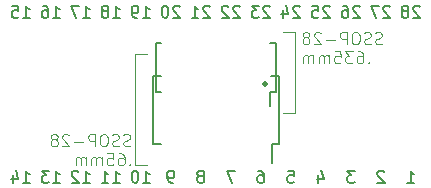
<source format=gbr>
G04 #@! TF.GenerationSoftware,KiCad,Pcbnew,5.0.2-bee76a0~70~ubuntu18.04.1*
G04 #@! TF.CreationDate,2019-03-14T21:08:30-04:00*
G04 #@! TF.ProjectId,soicssop,736f6963-7373-46f7-902e-6b696361645f,rev?*
G04 #@! TF.SameCoordinates,Original*
G04 #@! TF.FileFunction,Legend,Bot*
G04 #@! TF.FilePolarity,Positive*
%FSLAX46Y46*%
G04 Gerber Fmt 4.6, Leading zero omitted, Abs format (unit mm)*
G04 Created by KiCad (PCBNEW 5.0.2-bee76a0~70~ubuntu18.04.1) date Thu 14 Mar 2019 21:08:30 EDT*
%MOMM*%
%LPD*%
G01*
G04 APERTURE LIST*
%ADD10C,0.300000*%
%ADD11C,0.100000*%
%ADD12C,0.150000*%
G04 APERTURE END LIST*
D10*
X4190999Y988285D02*
X4119571Y916857D01*
X4190999Y845428D01*
X4262428Y916857D01*
X4190999Y988285D01*
X4190999Y845428D01*
D11*
X-7240476Y-4303761D02*
X-7383333Y-4351380D01*
X-7621428Y-4351380D01*
X-7716666Y-4303761D01*
X-7764285Y-4256142D01*
X-7811904Y-4160904D01*
X-7811904Y-4065666D01*
X-7764285Y-3970428D01*
X-7716666Y-3922809D01*
X-7621428Y-3875190D01*
X-7430952Y-3827571D01*
X-7335714Y-3779952D01*
X-7288095Y-3732333D01*
X-7240476Y-3637095D01*
X-7240476Y-3541857D01*
X-7288095Y-3446619D01*
X-7335714Y-3399000D01*
X-7430952Y-3351380D01*
X-7669047Y-3351380D01*
X-7811904Y-3399000D01*
X-8192857Y-4303761D02*
X-8335714Y-4351380D01*
X-8573809Y-4351380D01*
X-8669047Y-4303761D01*
X-8716666Y-4256142D01*
X-8764285Y-4160904D01*
X-8764285Y-4065666D01*
X-8716666Y-3970428D01*
X-8669047Y-3922809D01*
X-8573809Y-3875190D01*
X-8383333Y-3827571D01*
X-8288095Y-3779952D01*
X-8240476Y-3732333D01*
X-8192857Y-3637095D01*
X-8192857Y-3541857D01*
X-8240476Y-3446619D01*
X-8288095Y-3399000D01*
X-8383333Y-3351380D01*
X-8621428Y-3351380D01*
X-8764285Y-3399000D01*
X-9383333Y-3351380D02*
X-9573809Y-3351380D01*
X-9669047Y-3399000D01*
X-9764285Y-3494238D01*
X-9811904Y-3684714D01*
X-9811904Y-4018047D01*
X-9764285Y-4208523D01*
X-9669047Y-4303761D01*
X-9573809Y-4351380D01*
X-9383333Y-4351380D01*
X-9288095Y-4303761D01*
X-9192857Y-4208523D01*
X-9145238Y-4018047D01*
X-9145238Y-3684714D01*
X-9192857Y-3494238D01*
X-9288095Y-3399000D01*
X-9383333Y-3351380D01*
X-10240476Y-4351380D02*
X-10240476Y-3351380D01*
X-10621428Y-3351380D01*
X-10716666Y-3399000D01*
X-10764285Y-3446619D01*
X-10811904Y-3541857D01*
X-10811904Y-3684714D01*
X-10764285Y-3779952D01*
X-10716666Y-3827571D01*
X-10621428Y-3875190D01*
X-10240476Y-3875190D01*
X-11240476Y-3970428D02*
X-12002380Y-3970428D01*
X-12430952Y-3446619D02*
X-12478571Y-3399000D01*
X-12573809Y-3351380D01*
X-12811904Y-3351380D01*
X-12907142Y-3399000D01*
X-12954761Y-3446619D01*
X-13002380Y-3541857D01*
X-13002380Y-3637095D01*
X-12954761Y-3779952D01*
X-12383333Y-4351380D01*
X-13002380Y-4351380D01*
X-13573809Y-3779952D02*
X-13478571Y-3732333D01*
X-13430952Y-3684714D01*
X-13383333Y-3589476D01*
X-13383333Y-3541857D01*
X-13430952Y-3446619D01*
X-13478571Y-3399000D01*
X-13573809Y-3351380D01*
X-13764285Y-3351380D01*
X-13859523Y-3399000D01*
X-13907142Y-3446619D01*
X-13954761Y-3541857D01*
X-13954761Y-3589476D01*
X-13907142Y-3684714D01*
X-13859523Y-3732333D01*
X-13764285Y-3779952D01*
X-13573809Y-3779952D01*
X-13478571Y-3827571D01*
X-13430952Y-3875190D01*
X-13383333Y-3970428D01*
X-13383333Y-4160904D01*
X-13430952Y-4256142D01*
X-13478571Y-4303761D01*
X-13573809Y-4351380D01*
X-13764285Y-4351380D01*
X-13859523Y-4303761D01*
X-13907142Y-4256142D01*
X-13954761Y-4160904D01*
X-13954761Y-3970428D01*
X-13907142Y-3875190D01*
X-13859523Y-3827571D01*
X-13764285Y-3779952D01*
X-7288095Y-5856142D02*
X-7335714Y-5903761D01*
X-7288095Y-5951380D01*
X-7240476Y-5903761D01*
X-7288095Y-5856142D01*
X-7288095Y-5951380D01*
X-8192857Y-4951380D02*
X-8002380Y-4951380D01*
X-7907142Y-4999000D01*
X-7859523Y-5046619D01*
X-7764285Y-5189476D01*
X-7716666Y-5379952D01*
X-7716666Y-5760904D01*
X-7764285Y-5856142D01*
X-7811904Y-5903761D01*
X-7907142Y-5951380D01*
X-8097619Y-5951380D01*
X-8192857Y-5903761D01*
X-8240476Y-5856142D01*
X-8288095Y-5760904D01*
X-8288095Y-5522809D01*
X-8240476Y-5427571D01*
X-8192857Y-5379952D01*
X-8097619Y-5332333D01*
X-7907142Y-5332333D01*
X-7811904Y-5379952D01*
X-7764285Y-5427571D01*
X-7716666Y-5522809D01*
X-9192857Y-4951380D02*
X-8716666Y-4951380D01*
X-8669047Y-5427571D01*
X-8716666Y-5379952D01*
X-8811904Y-5332333D01*
X-9050000Y-5332333D01*
X-9145238Y-5379952D01*
X-9192857Y-5427571D01*
X-9240476Y-5522809D01*
X-9240476Y-5760904D01*
X-9192857Y-5856142D01*
X-9145238Y-5903761D01*
X-9050000Y-5951380D01*
X-8811904Y-5951380D01*
X-8716666Y-5903761D01*
X-8669047Y-5856142D01*
X-9669047Y-5951380D02*
X-9669047Y-5284714D01*
X-9669047Y-5379952D02*
X-9716666Y-5332333D01*
X-9811904Y-5284714D01*
X-9954761Y-5284714D01*
X-10050000Y-5332333D01*
X-10097619Y-5427571D01*
X-10097619Y-5951380D01*
X-10097619Y-5427571D02*
X-10145238Y-5332333D01*
X-10240476Y-5284714D01*
X-10383333Y-5284714D01*
X-10478571Y-5332333D01*
X-10526190Y-5427571D01*
X-10526190Y-5951380D01*
X-11002380Y-5951380D02*
X-11002380Y-5284714D01*
X-11002380Y-5379952D02*
X-11050000Y-5332333D01*
X-11145238Y-5284714D01*
X-11288095Y-5284714D01*
X-11383333Y-5332333D01*
X-11430952Y-5427571D01*
X-11430952Y-5951380D01*
X-11430952Y-5427571D02*
X-11478571Y-5332333D01*
X-11573809Y-5284714D01*
X-11716666Y-5284714D01*
X-11811904Y-5332333D01*
X-11859523Y-5427571D01*
X-11859523Y-5951380D01*
X-6858000Y3429000D02*
X-5842000Y3429000D01*
X-5842000Y-5969000D02*
X-6858000Y-5969000D01*
X-6858000Y-5969000D02*
X-6858000Y3429000D01*
X6731000Y-1524000D02*
X5715000Y-1524000D01*
X6731000Y5334000D02*
X6731000Y-1524000D01*
X5715000Y5334000D02*
X6731000Y5334000D01*
X14081761Y4332238D02*
X13938904Y4284619D01*
X13700809Y4284619D01*
X13605571Y4332238D01*
X13557952Y4379857D01*
X13510333Y4475095D01*
X13510333Y4570333D01*
X13557952Y4665571D01*
X13605571Y4713190D01*
X13700809Y4760809D01*
X13891285Y4808428D01*
X13986523Y4856047D01*
X14034142Y4903666D01*
X14081761Y4998904D01*
X14081761Y5094142D01*
X14034142Y5189380D01*
X13986523Y5237000D01*
X13891285Y5284619D01*
X13653190Y5284619D01*
X13510333Y5237000D01*
X13129380Y4332238D02*
X12986523Y4284619D01*
X12748428Y4284619D01*
X12653190Y4332238D01*
X12605571Y4379857D01*
X12557952Y4475095D01*
X12557952Y4570333D01*
X12605571Y4665571D01*
X12653190Y4713190D01*
X12748428Y4760809D01*
X12938904Y4808428D01*
X13034142Y4856047D01*
X13081761Y4903666D01*
X13129380Y4998904D01*
X13129380Y5094142D01*
X13081761Y5189380D01*
X13034142Y5237000D01*
X12938904Y5284619D01*
X12700809Y5284619D01*
X12557952Y5237000D01*
X11938904Y5284619D02*
X11748428Y5284619D01*
X11653190Y5237000D01*
X11557952Y5141761D01*
X11510333Y4951285D01*
X11510333Y4617952D01*
X11557952Y4427476D01*
X11653190Y4332238D01*
X11748428Y4284619D01*
X11938904Y4284619D01*
X12034142Y4332238D01*
X12129380Y4427476D01*
X12177000Y4617952D01*
X12177000Y4951285D01*
X12129380Y5141761D01*
X12034142Y5237000D01*
X11938904Y5284619D01*
X11081761Y4284619D02*
X11081761Y5284619D01*
X10700809Y5284619D01*
X10605571Y5237000D01*
X10557952Y5189380D01*
X10510333Y5094142D01*
X10510333Y4951285D01*
X10557952Y4856047D01*
X10605571Y4808428D01*
X10700809Y4760809D01*
X11081761Y4760809D01*
X10081761Y4665571D02*
X9319857Y4665571D01*
X8891285Y5189380D02*
X8843666Y5237000D01*
X8748428Y5284619D01*
X8510333Y5284619D01*
X8415095Y5237000D01*
X8367476Y5189380D01*
X8319857Y5094142D01*
X8319857Y4998904D01*
X8367476Y4856047D01*
X8938904Y4284619D01*
X8319857Y4284619D01*
X7748428Y4856047D02*
X7843666Y4903666D01*
X7891285Y4951285D01*
X7938904Y5046523D01*
X7938904Y5094142D01*
X7891285Y5189380D01*
X7843666Y5237000D01*
X7748428Y5284619D01*
X7557952Y5284619D01*
X7462714Y5237000D01*
X7415095Y5189380D01*
X7367476Y5094142D01*
X7367476Y5046523D01*
X7415095Y4951285D01*
X7462714Y4903666D01*
X7557952Y4856047D01*
X7748428Y4856047D01*
X7843666Y4808428D01*
X7891285Y4760809D01*
X7938904Y4665571D01*
X7938904Y4475095D01*
X7891285Y4379857D01*
X7843666Y4332238D01*
X7748428Y4284619D01*
X7557952Y4284619D01*
X7462714Y4332238D01*
X7415095Y4379857D01*
X7367476Y4475095D01*
X7367476Y4665571D01*
X7415095Y4760809D01*
X7462714Y4808428D01*
X7557952Y4856047D01*
X12938904Y2779857D02*
X12891285Y2732238D01*
X12938904Y2684619D01*
X12986523Y2732238D01*
X12938904Y2779857D01*
X12938904Y2684619D01*
X12034142Y3684619D02*
X12224619Y3684619D01*
X12319857Y3637000D01*
X12367476Y3589380D01*
X12462714Y3446523D01*
X12510333Y3256047D01*
X12510333Y2875095D01*
X12462714Y2779857D01*
X12415095Y2732238D01*
X12319857Y2684619D01*
X12129380Y2684619D01*
X12034142Y2732238D01*
X11986523Y2779857D01*
X11938904Y2875095D01*
X11938904Y3113190D01*
X11986523Y3208428D01*
X12034142Y3256047D01*
X12129380Y3303666D01*
X12319857Y3303666D01*
X12415095Y3256047D01*
X12462714Y3208428D01*
X12510333Y3113190D01*
X11605571Y3684619D02*
X10986523Y3684619D01*
X11319857Y3303666D01*
X11177000Y3303666D01*
X11081761Y3256047D01*
X11034142Y3208428D01*
X10986523Y3113190D01*
X10986523Y2875095D01*
X11034142Y2779857D01*
X11081761Y2732238D01*
X11177000Y2684619D01*
X11462714Y2684619D01*
X11557952Y2732238D01*
X11605571Y2779857D01*
X10081761Y3684619D02*
X10557952Y3684619D01*
X10605571Y3208428D01*
X10557952Y3256047D01*
X10462714Y3303666D01*
X10224619Y3303666D01*
X10129380Y3256047D01*
X10081761Y3208428D01*
X10034142Y3113190D01*
X10034142Y2875095D01*
X10081761Y2779857D01*
X10129380Y2732238D01*
X10224619Y2684619D01*
X10462714Y2684619D01*
X10557952Y2732238D01*
X10605571Y2779857D01*
X9605571Y2684619D02*
X9605571Y3351285D01*
X9605571Y3256047D02*
X9557952Y3303666D01*
X9462714Y3351285D01*
X9319857Y3351285D01*
X9224619Y3303666D01*
X9177000Y3208428D01*
X9177000Y2684619D01*
X9177000Y3208428D02*
X9129380Y3303666D01*
X9034142Y3351285D01*
X8891285Y3351285D01*
X8796047Y3303666D01*
X8748428Y3208428D01*
X8748428Y2684619D01*
X8272238Y2684619D02*
X8272238Y3351285D01*
X8272238Y3256047D02*
X8224619Y3303666D01*
X8129380Y3351285D01*
X7986523Y3351285D01*
X7891285Y3303666D01*
X7843666Y3208428D01*
X7843666Y2684619D01*
X7843666Y3208428D02*
X7796047Y3303666D01*
X7700809Y3351285D01*
X7557952Y3351285D01*
X7462714Y3303666D01*
X7415095Y3208428D01*
X7415095Y2684619D01*
D12*
X9651904Y7437380D02*
X9604285Y7485000D01*
X9509047Y7532619D01*
X9270952Y7532619D01*
X9175714Y7485000D01*
X9128095Y7437380D01*
X9080476Y7342142D01*
X9080476Y7246904D01*
X9128095Y7104047D01*
X9699523Y6532619D01*
X9080476Y6532619D01*
X8175714Y7532619D02*
X8651904Y7532619D01*
X8699523Y7056428D01*
X8651904Y7104047D01*
X8556666Y7151666D01*
X8318571Y7151666D01*
X8223333Y7104047D01*
X8175714Y7056428D01*
X8128095Y6961190D01*
X8128095Y6723095D01*
X8175714Y6627857D01*
X8223333Y6580238D01*
X8318571Y6532619D01*
X8556666Y6532619D01*
X8651904Y6580238D01*
X8699523Y6627857D01*
X17271904Y7437380D02*
X17224285Y7485000D01*
X17129047Y7532619D01*
X16890952Y7532619D01*
X16795714Y7485000D01*
X16748095Y7437380D01*
X16700476Y7342142D01*
X16700476Y7246904D01*
X16748095Y7104047D01*
X17319523Y6532619D01*
X16700476Y6532619D01*
X16129047Y7104047D02*
X16224285Y7151666D01*
X16271904Y7199285D01*
X16319523Y7294523D01*
X16319523Y7342142D01*
X16271904Y7437380D01*
X16224285Y7485000D01*
X16129047Y7532619D01*
X15938571Y7532619D01*
X15843333Y7485000D01*
X15795714Y7437380D01*
X15748095Y7342142D01*
X15748095Y7294523D01*
X15795714Y7199285D01*
X15843333Y7151666D01*
X15938571Y7104047D01*
X16129047Y7104047D01*
X16224285Y7056428D01*
X16271904Y7008809D01*
X16319523Y6913571D01*
X16319523Y6723095D01*
X16271904Y6627857D01*
X16224285Y6580238D01*
X16129047Y6532619D01*
X15938571Y6532619D01*
X15843333Y6580238D01*
X15795714Y6627857D01*
X15748095Y6723095D01*
X15748095Y6913571D01*
X15795714Y7008809D01*
X15843333Y7056428D01*
X15938571Y7104047D01*
X-3048095Y7437380D02*
X-3095714Y7485000D01*
X-3190952Y7532619D01*
X-3429047Y7532619D01*
X-3524285Y7485000D01*
X-3571904Y7437380D01*
X-3619523Y7342142D01*
X-3619523Y7246904D01*
X-3571904Y7104047D01*
X-3000476Y6532619D01*
X-3619523Y6532619D01*
X-4238571Y7532619D02*
X-4333809Y7532619D01*
X-4429047Y7485000D01*
X-4476666Y7437380D01*
X-4524285Y7342142D01*
X-4571904Y7151666D01*
X-4571904Y6913571D01*
X-4524285Y6723095D01*
X-4476666Y6627857D01*
X-4429047Y6580238D01*
X-4333809Y6532619D01*
X-4238571Y6532619D01*
X-4143333Y6580238D01*
X-4095714Y6627857D01*
X-4048095Y6723095D01*
X-4000476Y6913571D01*
X-4000476Y7151666D01*
X-4048095Y7342142D01*
X-4095714Y7437380D01*
X-4143333Y7485000D01*
X-4238571Y7532619D01*
X-8699523Y6532619D02*
X-8128095Y6532619D01*
X-8413809Y6532619D02*
X-8413809Y7532619D01*
X-8318571Y7389761D01*
X-8223333Y7294523D01*
X-8128095Y7246904D01*
X-9270952Y7104047D02*
X-9175714Y7151666D01*
X-9128095Y7199285D01*
X-9080476Y7294523D01*
X-9080476Y7342142D01*
X-9128095Y7437380D01*
X-9175714Y7485000D01*
X-9270952Y7532619D01*
X-9461428Y7532619D01*
X-9556666Y7485000D01*
X-9604285Y7437380D01*
X-9651904Y7342142D01*
X-9651904Y7294523D01*
X-9604285Y7199285D01*
X-9556666Y7151666D01*
X-9461428Y7104047D01*
X-9270952Y7104047D01*
X-9175714Y7056428D01*
X-9128095Y7008809D01*
X-9080476Y6913571D01*
X-9080476Y6723095D01*
X-9128095Y6627857D01*
X-9175714Y6580238D01*
X-9270952Y6532619D01*
X-9461428Y6532619D01*
X-9556666Y6580238D01*
X-9604285Y6627857D01*
X-9651904Y6723095D01*
X-9651904Y6913571D01*
X-9604285Y7008809D01*
X-9556666Y7056428D01*
X-9461428Y7104047D01*
X-6159523Y6532619D02*
X-5588095Y6532619D01*
X-5873809Y6532619D02*
X-5873809Y7532619D01*
X-5778571Y7389761D01*
X-5683333Y7294523D01*
X-5588095Y7246904D01*
X-6635714Y6532619D02*
X-6826190Y6532619D01*
X-6921428Y6580238D01*
X-6969047Y6627857D01*
X-7064285Y6770714D01*
X-7111904Y6961190D01*
X-7111904Y7342142D01*
X-7064285Y7437380D01*
X-7016666Y7485000D01*
X-6921428Y7532619D01*
X-6730952Y7532619D01*
X-6635714Y7485000D01*
X-6588095Y7437380D01*
X-6540476Y7342142D01*
X-6540476Y7104047D01*
X-6588095Y7008809D01*
X-6635714Y6961190D01*
X-6730952Y6913571D01*
X-6921428Y6913571D01*
X-7016666Y6961190D01*
X-7064285Y7008809D01*
X-7111904Y7104047D01*
X-16319523Y6532619D02*
X-15748095Y6532619D01*
X-16033809Y6532619D02*
X-16033809Y7532619D01*
X-15938571Y7389761D01*
X-15843333Y7294523D01*
X-15748095Y7246904D01*
X-17224285Y7532619D02*
X-16748095Y7532619D01*
X-16700476Y7056428D01*
X-16748095Y7104047D01*
X-16843333Y7151666D01*
X-17081428Y7151666D01*
X-17176666Y7104047D01*
X-17224285Y7056428D01*
X-17271904Y6961190D01*
X-17271904Y6723095D01*
X-17224285Y6627857D01*
X-17176666Y6580238D01*
X-17081428Y6532619D01*
X-16843333Y6532619D01*
X-16748095Y6580238D01*
X-16700476Y6627857D01*
X12191904Y7437380D02*
X12144285Y7485000D01*
X12049047Y7532619D01*
X11810952Y7532619D01*
X11715714Y7485000D01*
X11668095Y7437380D01*
X11620476Y7342142D01*
X11620476Y7246904D01*
X11668095Y7104047D01*
X12239523Y6532619D01*
X11620476Y6532619D01*
X10763333Y7532619D02*
X10953809Y7532619D01*
X11049047Y7485000D01*
X11096666Y7437380D01*
X11191904Y7294523D01*
X11239523Y7104047D01*
X11239523Y6723095D01*
X11191904Y6627857D01*
X11144285Y6580238D01*
X11049047Y6532619D01*
X10858571Y6532619D01*
X10763333Y6580238D01*
X10715714Y6627857D01*
X10668095Y6723095D01*
X10668095Y6961190D01*
X10715714Y7056428D01*
X10763333Y7104047D01*
X10858571Y7151666D01*
X11049047Y7151666D01*
X11144285Y7104047D01*
X11191904Y7056428D01*
X11239523Y6961190D01*
X-508095Y7437380D02*
X-555714Y7485000D01*
X-650952Y7532619D01*
X-889047Y7532619D01*
X-984285Y7485000D01*
X-1031904Y7437380D01*
X-1079523Y7342142D01*
X-1079523Y7246904D01*
X-1031904Y7104047D01*
X-460476Y6532619D01*
X-1079523Y6532619D01*
X-2031904Y6532619D02*
X-1460476Y6532619D01*
X-1746190Y6532619D02*
X-1746190Y7532619D01*
X-1650952Y7389761D01*
X-1555714Y7294523D01*
X-1460476Y7246904D01*
X4571904Y7437380D02*
X4524285Y7485000D01*
X4429047Y7532619D01*
X4190952Y7532619D01*
X4095714Y7485000D01*
X4048095Y7437380D01*
X4000476Y7342142D01*
X4000476Y7246904D01*
X4048095Y7104047D01*
X4619523Y6532619D01*
X4000476Y6532619D01*
X3667142Y7532619D02*
X3048095Y7532619D01*
X3381428Y7151666D01*
X3238571Y7151666D01*
X3143333Y7104047D01*
X3095714Y7056428D01*
X3048095Y6961190D01*
X3048095Y6723095D01*
X3095714Y6627857D01*
X3143333Y6580238D01*
X3238571Y6532619D01*
X3524285Y6532619D01*
X3619523Y6580238D01*
X3667142Y6627857D01*
X-11239523Y6532619D02*
X-10668095Y6532619D01*
X-10953809Y6532619D02*
X-10953809Y7532619D01*
X-10858571Y7389761D01*
X-10763333Y7294523D01*
X-10668095Y7246904D01*
X-11572857Y7532619D02*
X-12239523Y7532619D01*
X-11810952Y6532619D01*
X2031904Y7437380D02*
X1984285Y7485000D01*
X1889047Y7532619D01*
X1650952Y7532619D01*
X1555714Y7485000D01*
X1508095Y7437380D01*
X1460476Y7342142D01*
X1460476Y7246904D01*
X1508095Y7104047D01*
X2079523Y6532619D01*
X1460476Y6532619D01*
X1079523Y7437380D02*
X1031904Y7485000D01*
X936666Y7532619D01*
X698571Y7532619D01*
X603333Y7485000D01*
X555714Y7437380D01*
X508095Y7342142D01*
X508095Y7246904D01*
X555714Y7104047D01*
X1127142Y6532619D01*
X508095Y6532619D01*
X-13779523Y6532619D02*
X-13208095Y6532619D01*
X-13493809Y6532619D02*
X-13493809Y7532619D01*
X-13398571Y7389761D01*
X-13303333Y7294523D01*
X-13208095Y7246904D01*
X-14636666Y7532619D02*
X-14446190Y7532619D01*
X-14350952Y7485000D01*
X-14303333Y7437380D01*
X-14208095Y7294523D01*
X-14160476Y7104047D01*
X-14160476Y6723095D01*
X-14208095Y6627857D01*
X-14255714Y6580238D01*
X-14350952Y6532619D01*
X-14541428Y6532619D01*
X-14636666Y6580238D01*
X-14684285Y6627857D01*
X-14731904Y6723095D01*
X-14731904Y6961190D01*
X-14684285Y7056428D01*
X-14636666Y7104047D01*
X-14541428Y7151666D01*
X-14350952Y7151666D01*
X-14255714Y7104047D01*
X-14208095Y7056428D01*
X-14160476Y6961190D01*
X14731904Y7437380D02*
X14684285Y7485000D01*
X14589047Y7532619D01*
X14350952Y7532619D01*
X14255714Y7485000D01*
X14208095Y7437380D01*
X14160476Y7342142D01*
X14160476Y7246904D01*
X14208095Y7104047D01*
X14779523Y6532619D01*
X14160476Y6532619D01*
X13827142Y7532619D02*
X13160476Y7532619D01*
X13589047Y6532619D01*
X7111904Y7437380D02*
X7064285Y7485000D01*
X6969047Y7532619D01*
X6730952Y7532619D01*
X6635714Y7485000D01*
X6588095Y7437380D01*
X6540476Y7342142D01*
X6540476Y7246904D01*
X6588095Y7104047D01*
X7159523Y6532619D01*
X6540476Y6532619D01*
X5683333Y7199285D02*
X5683333Y6532619D01*
X5921428Y7580238D02*
X6159523Y6865952D01*
X5540476Y6865952D01*
X3619523Y-6437380D02*
X3810000Y-6437380D01*
X3905238Y-6485000D01*
X3952857Y-6532619D01*
X4048095Y-6675476D01*
X4095714Y-6865952D01*
X4095714Y-7246904D01*
X4048095Y-7342142D01*
X4000476Y-7389761D01*
X3905238Y-7437380D01*
X3714761Y-7437380D01*
X3619523Y-7389761D01*
X3571904Y-7342142D01*
X3524285Y-7246904D01*
X3524285Y-7008809D01*
X3571904Y-6913571D01*
X3619523Y-6865952D01*
X3714761Y-6818333D01*
X3905238Y-6818333D01*
X4000476Y-6865952D01*
X4048095Y-6913571D01*
X4095714Y-7008809D01*
X1603333Y-6437380D02*
X936666Y-6437380D01*
X1365238Y-7437380D01*
X-1174761Y-6865952D02*
X-1079523Y-6818333D01*
X-1031904Y-6770714D01*
X-984285Y-6675476D01*
X-984285Y-6627857D01*
X-1031904Y-6532619D01*
X-1079523Y-6485000D01*
X-1174761Y-6437380D01*
X-1365238Y-6437380D01*
X-1460476Y-6485000D01*
X-1508095Y-6532619D01*
X-1555714Y-6627857D01*
X-1555714Y-6675476D01*
X-1508095Y-6770714D01*
X-1460476Y-6818333D01*
X-1365238Y-6865952D01*
X-1174761Y-6865952D01*
X-1079523Y-6913571D01*
X-1031904Y-6961190D01*
X-984285Y-7056428D01*
X-984285Y-7246904D01*
X-1031904Y-7342142D01*
X-1079523Y-7389761D01*
X-1174761Y-7437380D01*
X-1365238Y-7437380D01*
X-1460476Y-7389761D01*
X-1508095Y-7342142D01*
X-1555714Y-7246904D01*
X-1555714Y-7056428D01*
X-1508095Y-6961190D01*
X-1460476Y-6913571D01*
X-1365238Y-6865952D01*
X6111904Y-6437380D02*
X6588095Y-6437380D01*
X6635714Y-6913571D01*
X6588095Y-6865952D01*
X6492857Y-6818333D01*
X6254761Y-6818333D01*
X6159523Y-6865952D01*
X6111904Y-6913571D01*
X6064285Y-7008809D01*
X6064285Y-7246904D01*
X6111904Y-7342142D01*
X6159523Y-7389761D01*
X6254761Y-7437380D01*
X6492857Y-7437380D01*
X6588095Y-7389761D01*
X6635714Y-7342142D01*
X11763333Y-6437380D02*
X11144285Y-6437380D01*
X11477619Y-6818333D01*
X11334761Y-6818333D01*
X11239523Y-6865952D01*
X11191904Y-6913571D01*
X11144285Y-7008809D01*
X11144285Y-7246904D01*
X11191904Y-7342142D01*
X11239523Y-7389761D01*
X11334761Y-7437380D01*
X11620476Y-7437380D01*
X11715714Y-7389761D01*
X11763333Y-7342142D01*
X-16319523Y-7437380D02*
X-15748095Y-7437380D01*
X-16033809Y-7437380D02*
X-16033809Y-6437380D01*
X-15938571Y-6580238D01*
X-15843333Y-6675476D01*
X-15748095Y-6723095D01*
X-17176666Y-6770714D02*
X-17176666Y-7437380D01*
X-16938571Y-6389761D02*
X-16700476Y-7104047D01*
X-17319523Y-7104047D01*
X16224285Y-7437380D02*
X16795714Y-7437380D01*
X16510000Y-7437380D02*
X16510000Y-6437380D01*
X16605238Y-6580238D01*
X16700476Y-6675476D01*
X16795714Y-6723095D01*
X-6159523Y-7437380D02*
X-5588095Y-7437380D01*
X-5873809Y-7437380D02*
X-5873809Y-6437380D01*
X-5778571Y-6580238D01*
X-5683333Y-6675476D01*
X-5588095Y-6723095D01*
X-6778571Y-6437380D02*
X-6873809Y-6437380D01*
X-6969047Y-6485000D01*
X-7016666Y-6532619D01*
X-7064285Y-6627857D01*
X-7111904Y-6818333D01*
X-7111904Y-7056428D01*
X-7064285Y-7246904D01*
X-7016666Y-7342142D01*
X-6969047Y-7389761D01*
X-6873809Y-7437380D01*
X-6778571Y-7437380D01*
X-6683333Y-7389761D01*
X-6635714Y-7342142D01*
X-6588095Y-7246904D01*
X-6540476Y-7056428D01*
X-6540476Y-6818333D01*
X-6588095Y-6627857D01*
X-6635714Y-6532619D01*
X-6683333Y-6485000D01*
X-6778571Y-6437380D01*
X-11239523Y-7437380D02*
X-10668095Y-7437380D01*
X-10953809Y-7437380D02*
X-10953809Y-6437380D01*
X-10858571Y-6580238D01*
X-10763333Y-6675476D01*
X-10668095Y-6723095D01*
X-11620476Y-6532619D02*
X-11668095Y-6485000D01*
X-11763333Y-6437380D01*
X-12001428Y-6437380D01*
X-12096666Y-6485000D01*
X-12144285Y-6532619D01*
X-12191904Y-6627857D01*
X-12191904Y-6723095D01*
X-12144285Y-6865952D01*
X-11572857Y-7437380D01*
X-12191904Y-7437380D01*
X-3619523Y-7437380D02*
X-3809999Y-7437380D01*
X-3905238Y-7389761D01*
X-3952857Y-7342142D01*
X-4048095Y-7199285D01*
X-4095714Y-7008809D01*
X-4095714Y-6627857D01*
X-4048095Y-6532619D01*
X-4000476Y-6485000D01*
X-3905238Y-6437380D01*
X-3714761Y-6437380D01*
X-3619523Y-6485000D01*
X-3571904Y-6532619D01*
X-3524285Y-6627857D01*
X-3524285Y-6865952D01*
X-3571904Y-6961190D01*
X-3619523Y-7008809D01*
X-3714761Y-7056428D01*
X-3905238Y-7056428D01*
X-4000476Y-7008809D01*
X-4048095Y-6961190D01*
X-4095714Y-6865952D01*
X8699523Y-6770714D02*
X8699523Y-7437380D01*
X8937619Y-6389761D02*
X9175714Y-7104047D01*
X8556666Y-7104047D01*
X-8699523Y-7437380D02*
X-8128095Y-7437380D01*
X-8413809Y-7437380D02*
X-8413809Y-6437380D01*
X-8318571Y-6580238D01*
X-8223333Y-6675476D01*
X-8128095Y-6723095D01*
X-9651904Y-7437380D02*
X-9080476Y-7437380D01*
X-9366190Y-7437380D02*
X-9366190Y-6437380D01*
X-9270952Y-6580238D01*
X-9175714Y-6675476D01*
X-9080476Y-6723095D01*
X14255714Y-6532619D02*
X14208095Y-6485000D01*
X14112857Y-6437380D01*
X13874761Y-6437380D01*
X13779523Y-6485000D01*
X13731904Y-6532619D01*
X13684285Y-6627857D01*
X13684285Y-6723095D01*
X13731904Y-6865952D01*
X14303333Y-7437380D01*
X13684285Y-7437380D01*
X-13779523Y-7437380D02*
X-13208095Y-7437380D01*
X-13493809Y-7437380D02*
X-13493809Y-6437380D01*
X-13398571Y-6580238D01*
X-13303333Y-6675476D01*
X-13208095Y-6723095D01*
X-14112857Y-6437380D02*
X-14731904Y-6437380D01*
X-14398571Y-6818333D01*
X-14541428Y-6818333D01*
X-14636666Y-6865952D01*
X-14684285Y-6913571D01*
X-14731904Y-7008809D01*
X-14731904Y-7246904D01*
X-14684285Y-7342142D01*
X-14636666Y-7389761D01*
X-14541428Y-7437380D01*
X-14255714Y-7437380D01*
X-14160476Y-7389761D01*
X-14112857Y-7342142D01*
G04 #@! TO.C,J4*
X5080000Y211000D02*
X4600000Y211000D01*
X5080000Y4361000D02*
X4600000Y4361000D01*
X-5080000Y4361000D02*
X-4600000Y4361000D01*
X-5080000Y211000D02*
X-4600000Y211000D01*
X5080000Y211000D02*
X5080000Y4361000D01*
X-5080000Y211000D02*
X-5080000Y4361000D01*
X4600000Y211000D02*
X4600000Y-914000D01*
G04 #@! TO.C,J3*
X5325000Y-4145000D02*
X4750000Y-4145000D01*
X5325000Y1605000D02*
X4675000Y1605000D01*
X-5325000Y1605000D02*
X-4675000Y1605000D01*
X-5325000Y-4145000D02*
X-4675000Y-4145000D01*
X5325000Y-4145000D02*
X5325000Y1605000D01*
X-5325000Y-4145000D02*
X-5325000Y1605000D01*
X4750000Y-4145000D02*
X4750000Y-5745000D01*
G04 #@! TD*
M02*

</source>
